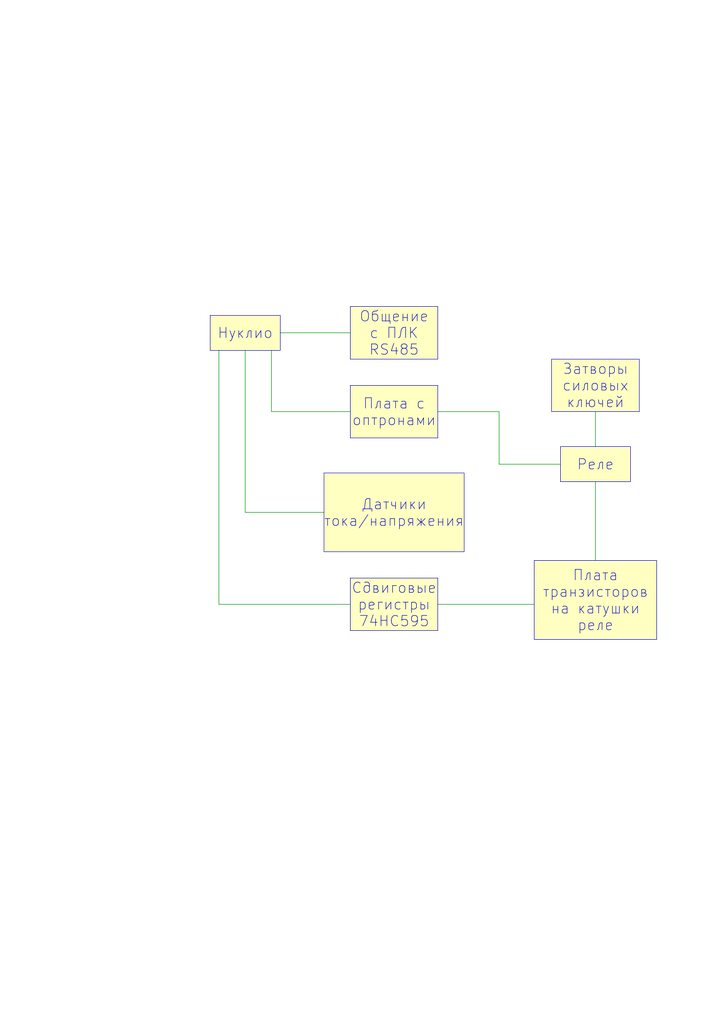
<source format=kicad_sch>
(kicad_sch
	(version 20250114)
	(generator "eeschema")
	(generator_version "9.0")
	(uuid "fd121738-7397-4384-beb5-94f5928667d7")
	(paper "A4" portrait)
	(lib_symbols)
	(text_box "Затворы силовых ключей\n"
		(exclude_from_sim no)
		(at 160.02 104.14 0)
		(size 25.4 15.24)
		(margins 0.9525 0.9525 0.9525 0.9525)
		(stroke
			(width 0)
			(type solid)
		)
		(fill
			(type color)
			(color 255 255 194 1)
		)
		(effects
			(font
				(size 3 3)
			)
		)
		(uuid "3c1d4a4e-562f-4f56-8956-7960a235ab66")
	)
	(text_box "Реле\n"
		(exclude_from_sim no)
		(at 162.56 129.54 0)
		(size 20.32 10.16)
		(margins 0.9525 0.9525 0.9525 0.9525)
		(stroke
			(width 0)
			(type solid)
		)
		(fill
			(type color)
			(color 255 255 194 1)
		)
		(effects
			(font
				(size 3 3)
			)
		)
		(uuid "968bcb47-6b50-419b-9964-42728421c8b4")
	)
	(text_box "Общение с ПЛК RS485\n"
		(exclude_from_sim no)
		(at 101.6 88.9 0)
		(size 25.4 15.24)
		(margins 0.9525 0.9525 0.9525 0.9525)
		(stroke
			(width 0)
			(type solid)
		)
		(fill
			(type color)
			(color 255 255 194 1)
		)
		(effects
			(font
				(size 3 3)
			)
		)
		(uuid "9e7ba13b-4e42-41be-8d47-e8301ab3fd76")
	)
	(text_box "Сдвиговые регистры 74HC595\n"
		(exclude_from_sim no)
		(at 101.6 167.64 0)
		(size 25.4 15.24)
		(margins 0.9525 0.9525 0.9525 0.9525)
		(stroke
			(width 0)
			(type solid)
		)
		(fill
			(type color)
			(color 255 255 194 1)
		)
		(effects
			(font
				(size 3 3)
			)
		)
		(uuid "a54a979b-4b5d-4c4b-881c-41cfab3522f1")
	)
	(text_box "Плата транзисторов \nна катушки реле"
		(exclude_from_sim no)
		(at 154.94 162.56 0)
		(size 35.56 22.86)
		(margins 0.9525 0.9525 0.9525 0.9525)
		(stroke
			(width 0)
			(type solid)
		)
		(fill
			(type color)
			(color 255 255 194 1)
		)
		(effects
			(font
				(size 3 3)
			)
		)
		(uuid "c17a73c0-b7a3-405a-84e6-7651828c4543")
	)
	(text_box "Плата с оптронами\n"
		(exclude_from_sim no)
		(at 101.6 111.76 0)
		(size 25.4 15.24)
		(margins 0.9525 0.9525 0.9525 0.9525)
		(stroke
			(width 0)
			(type solid)
		)
		(fill
			(type color)
			(color 255 255 194 1)
		)
		(effects
			(font
				(size 3 3)
			)
		)
		(uuid "c85bce25-afe7-4d59-9777-b7bc29d83b5d")
	)
	(text_box "Нуклио"
		(exclude_from_sim no)
		(at 60.96 91.44 0)
		(size 20.32 10.16)
		(margins 0.9525 0.9525 0.9525 0.9525)
		(stroke
			(width 0)
			(type solid)
		)
		(fill
			(type color)
			(color 255 255 194 1)
		)
		(effects
			(font
				(size 3 3)
			)
		)
		(uuid "d033bef3-6a6c-4f1e-8ed6-0aa6006c56b7")
	)
	(text_box "Датчики \nтока/напряжения \n"
		(exclude_from_sim no)
		(at 93.98 137.16 0)
		(size 40.64 22.86)
		(margins 0.9525 0.9525 0.9525 0.9525)
		(stroke
			(width 0)
			(type solid)
		)
		(fill
			(type color)
			(color 255 255 194 1)
		)
		(effects
			(font
				(size 3 3)
			)
		)
		(uuid "de548e88-63d7-4a2c-80bf-de0c73cbb2d3")
	)
	(wire
		(pts
			(xy 172.72 119.38) (xy 172.72 129.54)
		)
		(stroke
			(width 0)
			(type default)
		)
		(uuid "091a0c4e-9876-4a1b-8db1-daa13e6e4732")
	)
	(wire
		(pts
			(xy 127 175.26) (xy 154.94 175.26)
		)
		(stroke
			(width 0)
			(type default)
		)
		(uuid "1863780f-9f85-42b4-9141-ab603b6b978c")
	)
	(wire
		(pts
			(xy 127 119.38) (xy 144.78 119.38)
		)
		(stroke
			(width 0)
			(type default)
		)
		(uuid "1d03bf5e-5e75-46b6-b819-1e1a104f3ffe")
	)
	(wire
		(pts
			(xy 71.12 101.6) (xy 71.12 148.59)
		)
		(stroke
			(width 0)
			(type default)
		)
		(uuid "364eb428-09ff-43cf-80d3-c35b20c91554")
	)
	(wire
		(pts
			(xy 144.78 134.62) (xy 162.56 134.62)
		)
		(stroke
			(width 0)
			(type default)
		)
		(uuid "4292a76b-77ea-48ea-92d6-12f5cdf6413f")
	)
	(wire
		(pts
			(xy 63.5 101.6) (xy 63.5 175.26)
		)
		(stroke
			(width 0)
			(type default)
		)
		(uuid "483a2c29-1ed9-41bb-9e53-5de92f314997")
	)
	(wire
		(pts
			(xy 101.6 119.38) (xy 78.74 119.38)
		)
		(stroke
			(width 0)
			(type default)
		)
		(uuid "6c5a6659-4af5-4a4b-af8e-aab68406bf08")
	)
	(wire
		(pts
			(xy 144.78 119.38) (xy 144.78 134.62)
		)
		(stroke
			(width 0)
			(type default)
		)
		(uuid "82f16734-93f4-466f-972c-fd3a751ab519")
	)
	(wire
		(pts
			(xy 71.12 148.59) (xy 93.98 148.59)
		)
		(stroke
			(width 0)
			(type default)
		)
		(uuid "9f5410b0-e937-4121-a67d-9eeb7fb27815")
	)
	(wire
		(pts
			(xy 78.74 101.6) (xy 78.74 119.38)
		)
		(stroke
			(width 0)
			(type default)
		)
		(uuid "bdd83cc6-125d-4b90-b8be-12371af2f2af")
	)
	(wire
		(pts
			(xy 172.72 139.7) (xy 172.72 162.56)
		)
		(stroke
			(width 0)
			(type default)
		)
		(uuid "c75a0edc-28d7-4aab-a74d-52f28aa16743")
	)
	(wire
		(pts
			(xy 81.28 96.52) (xy 101.6 96.52)
		)
		(stroke
			(width 0)
			(type default)
		)
		(uuid "cac865b2-df54-48ff-b263-f7b2051ec136")
	)
	(wire
		(pts
			(xy 63.5 175.26) (xy 101.6 175.26)
		)
		(stroke
			(width 0)
			(type default)
		)
		(uuid "fc3adad3-db41-4aa8-80cb-55934aabf601")
	)
	(sheet_instances
		(path "/"
			(page "1")
		)
	)
	(embedded_fonts no)
	(embedded_files
		(file
			(name "gost_landscape.kicad_wks")
			(type worksheet)
			(data |KLUv/WC6IO0nAEYqgjFAc9pUwaAq7rGQvf7J+ej28lrFVi+Ra0Qr0XvBpp0PVIKJocju3inLuMxu
				WJMBZ+8LfABnAHoALNo2GUZx9Wyv+vGO7GqGEQi0h1NBVbQbu4asUlxtNdu0DUOHHXuz3S4LorjC
				2E01EGgMV8+VUWw3dfNo1moMH81SFXzgYBtVTc4wznZ5FqxD7VTQq7ccP9gGTKJmWIeqoOVcJzCQ
				DVVL8SfCVhDFDBBgIzTR1VmonOtDBRi2oWoZrJTd7jX9n7Khe3Oye/9Ms1rmYPfHZufeRc3LSf+n
				jA0dvmaRc3bwZWv+XePfzun8KCGM/7Cfewzne/kzOnz97xpCdtQnfM1OdoRSwyL6ns9/yCEXdTKt
				OdMw+9FeW47UoQcp1/Kgs+ReeFeQbod89jhy6K+b4b9sl8309ehUweEadu1UTChOpuuy4U1LLpJO
				lVtSuhJakbPaCV0eintGDej97uhEuhmOcrWX1TbJb5lclmu6pItyMa5v1WZ1wyIHzIIiICx/hlaE
				zSDtgyDQGGvlWpxSbsstXdJLQQAB1cP21+/uObTaZWza0c22HZYs36ROMpS0m+FjF6MbeD2fZOgw
				wZ3rg/x/m2kOFM+HkHnw/SDTPLsg89wrZHil5ZLQ0Wmkp4vQlk4KkREFxB1+PPn90ttfe+myyeUD
				umO5J3flmlwuU5xO7sejFKfRiSWBbahBUahmpCAFSSHDGnGRwBiC1Z0dskgQgjAUw4AcCGIcAhlC
				HCFEQAwhhBhjREauHS1W9GqoT2ej9oib6AkUZ1xytemsseM0xpmg8F4VpZ0BeQEinRqXR/LHvcXM
				zxBtuIUaw8HcSNawPE002iKV23H6UV273ntSIAlTA5N1ZdrndCiVe6uBaRiHYYiKq9GgNrTeNTRf
				NfUJ/32bWh9/57DHw7uQxz4ULHfFeApmWDLvyo3GHRcRbczSKYx08fXGVh6xzSXRvDpB6BApYY8y
				6sEbrKBGeegRkrjMrCrrLxeLYxp0HswTCskvDBMXTHE/T+ByeqaPP3qdKzND8/1VD3bUDeJn0Y9z
				gDZPfEvFjAaAJZpbLUtz3kaxhDe3Snk/4OyFwqFNmJyv7iYuCzQrtB3ykyQKiwBJcw2JxNU32g3/
				kVAxeFgRdQg12uIi1pyRGPpIH4Xa+rlwJouAD+8zrEHs/Mj95yRfSbzxr/d0A4lRg1eZtAqJQBlT
				3zHGdrqzkPo5zEAHci6R5WaJ7M8aOMeYTH8ylU/JOjqDbeYB3A/SED8iC0uFsZZlGFxjlGVAmFBW
				Sg295mriH68MGT6sxAPRzPNjscyiXi6CHelA4On6CGhR0TBQg6X1agUnjA2o+EQ8+EMjOt0EE3O1
				KZXjk96NgCgPyIEYPya3WbCT53yDvYomiSBeq3cTdXyh8ErjMLtLd9lDpdvsZ53W2mh1ArZ1o9W/
				pn4MvGAJn4RflojuA5iT3WAhYm7x+ywpKbA6SP8AsvhaPKoyXAVabGD5KqtYRIZHh+1qjSosK7Zk
				WnUXr26KKLGZ9FmofbXdLWEkLIYWnz6CoHAJ1aETYyMLDNADH7/BUkuXmDcZVyKv/jweRknOlknx
				InFQ+uGQOpYGNF5vgyfg9IZKup03LTR7DEu7ADGKQmGCR30jTPWNMAURYVmFlx3OQiIuT/p0NIV4
				k5jbGQYYpblIqpu8oZ6A0nlGAufJ/aGmRk8NeaaILFcB|
			)
			(checksum "9180C2D8C133E7F089AA5E43F4962E04")
		)
		(file
			(name "gost_portrait.kicad_wks")
			(type worksheet)
			(data |KLUv/WC4IM0nAHbqgjFQdTow6/sNILIV1TIw5zlbg/WJMHlF251w3xY6sje8JsLAtpQyyZRKCsq/
				EmGGgl4DfQBlAHsAvaONk2HUVr50M0HNcN3MsIIB/nRmqIJ0W+eQTWqrbWabxmnwrNvmpduGhqit
				MpQzDwY4s/OzyailnLl9NEq1BpBGqeohOthGVXIzrLNtPgz0YXqq78ottxDUAZuYGeahqrd6JwUW
				oqJJqQVJ0BmidgECqIQ22ngYZmcDogKPL3cZ+d2Tcp23ZxrVMvfMDnmdcwcFPMped7nL6B7k73+8
				I9fr3iO7t2vff9wi5/qSDuM/dH9+7u3L59El7H/s7tit+1/XV8t/vC7CjwIris4vuuj+PfJkGm+m
				YRSk0W2f3Mf9AWxRqh7RtyGpvx/zvnuMvNdj0smiowXWsWM5qTipVBiO5ssEEy/JUk1MNb4FN5se
				0eZDLUu48c2vkk6lquGunXRDtS2uWyfVparUUk2pGbW3SbPJ2dEDRkMSEVb7vgWfN6SBEgY4Y7XU
				i9NKfammWooxyCwVTdpAY2R2AQABlX/kfuztXr/FHSFfTLcoL37r4uV4H0JH8Fi+uN+v0L0TIro7
				zbQHauVL0Lz3RtDwSjbQPOcLmm15qSUX6UQie+Ti2CWRCFNCuh/kRWeP/bhNdVVgQL6dS0WpLVUF
				pm7FCaWCvKviRDq5rFTr45ImFeMtGAOBZqgxTalmRJKCpJBhDVGVwBiCmTs7kkAQgjAYQkEcCWIU
				RFKEKGIIIYQICFHIiJRYO61rAUQ7x+JKGr+IwUgx597QihTG9sWKdeD8KXK0c8VAoma9oCjCMpNB
				3WiwzwzRt9Bj0pJNf+U2rIYVvomGJkTROrgfqiu5I9YFMgC0gLGuYKO9DqX2aNWWAgZ+GIbl6p2t
				TQ3qmpxXzXaNf8mD1sEbs+PjnV7IAx+3nLsDFdE7FWcOkVO93DkiijLLTRgdFt1WXBnEDCgpIOow
				TkehtGrKUgtvcG/QMRQcARw2EVRecM2fx79PY1AHVkzh8wUCcUGI+3mVL6fU9HFHr5NvmGIeJ+ut
				Q+ZGimF5xjkDNkNeTulEczyWf38ZauM/mTe3ZXjh4GyPcKrBTEVfrRP3AKbd8L2F4YIIAAGMspx2
				6OxW/zCr9nSI/u5hWdQb1NjExbKDJWWtIQMU11bD3YIRBFxj32kNfuV/HhInKVZ746/3avhEHhiu
				EturMBRkAsFjLM671UIqKTEf7QfQjYG8dpJtwhUn+qou1NPzKVlhZ+YcpAIkr3TuXG4nOyAcluUv
				25ZSlkRfwywSaigsWhPn8aJ6ePLSH4kdPH9D/Sz2cEETLR3OvO77gAj4FHZAXlYPWBpgvNpikOLB
				VAIChSE9wV/3VI6T3ugI+HkgRgnk1ah0Uq7H78lrsrjN7+1j+NjTlP5kFoHueseWhlzPw1uHzhwF
				sE8Ub87r/mOKKkrVfz55SX9um0mitoeFCgkRV+fPP/NsBIoHHkMLj1YnLLXzkT5nyEpBXE2tCmPZ
				joyrEqTNYmrhF5bkN7m0miNeQmgetIsG13HsZQjo5eqy4TODonxAp6cWHTBgMuJ1VStPFRnRMJG6
				2k3V7/45DO9j6WL+KgYD4wM9zutfNtn7hHyN1E8BN0KF64tcysA8pCzjFZz7bVzPtm6AdnnOwUE6
				GARzhJZzdcgbwiqQD3wkzZ/2DwJqHrgiNBRF5Co=|
			)
			(checksum "12F393F2C62B1E595502842B90E2D6BB")
		)
		(file
			(name "pagelayout_default.kicad_wks")
			(type worksheet)
			(data |KLUv/WAOBwUSALZZTh8gkx7NYG6WKzWfxz4igyxMdJi9ZFvlYmN6X0kQHGRgQwBBAEcA/dcxDFuu
				3/L8MPyPqww/5lKz6wdj33rJFKu8xa3rfjNGsDF/1Y7fal2/GcX2T9Xe4+8627xr7RoQ+A3eqK34
				hWbtAtgSe8rWcOYailC/x7/6CaUpG87Nk61b3VPPPFc5+83YetuwoWzZ13XXjyA1jLE/09cgjYVt
				1W6/fjvm+7obnCkUb3H7LosrAkTQB45Dpqmhi6uWndMXtWrjxYjQFGwIZjSjSUWFNkwKQR/8qSLn
				vGX/61ZvlvraJjNlR8QmZ8OuqgrG9yTXfwOAwCtIipIkiZKyEKMEYQLK7dIMw4mJ4TFNUkRY1MWT
				La1q6dc2RDBK7FeJjA+6ar87JuIQDCIX40GO0dtPsYwtnT2jD4jyqZF1oAFRiEpoFBQUJEkHYESE
				Bq0blQZ4CGw1+gJvJsPNNWbAcJy2Lw9My/cHRcv5Hv7AsisfSJaguXmem7g5m8W4IUZnTkD1ZJQg
				R0NkhKvc9rLpqVA+O0xhtZ0dzD6BB8U3gsdYMBM+vK3A6RGAxEQ8CJ0iHNFE/8CHp+eChRVGnt5j
				acT+Mer1gi+vyEZeVkiBjNu2IkhNMnUy59wC/rg+D+knBdEkZuVDXX+HYzrGbqBk6ueXRZkTJXPf
				h8QTT9zB4HZlYoW6LTMJ5T6QY3Ox5rm94GwIaEUBWD7cahOHcGl2NUgDVYI12qlZQVVRiFECmLmY
				HzkFWSJs/H45dKgW/ICSBg==|
			)
			(checksum "310CF7CA5004202A47F18B2460666603")
		)
	)
)

</source>
